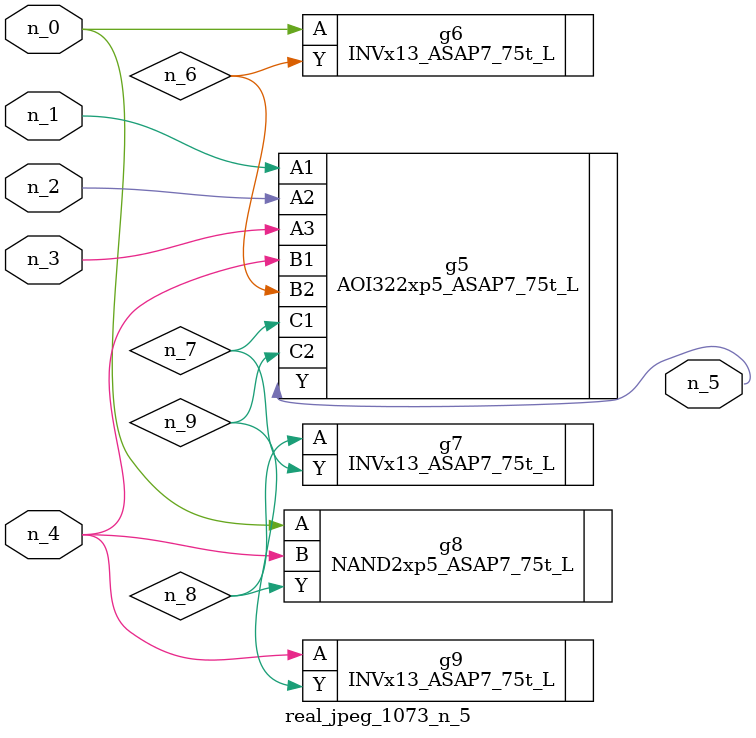
<source format=v>
module real_jpeg_1073_n_5 (n_4, n_0, n_1, n_2, n_3, n_5);

input n_4;
input n_0;
input n_1;
input n_2;
input n_3;

output n_5;

wire n_8;
wire n_6;
wire n_7;
wire n_9;

INVx13_ASAP7_75t_L g6 ( 
.A(n_0),
.Y(n_6)
);

NAND2xp5_ASAP7_75t_L g8 ( 
.A(n_0),
.B(n_4),
.Y(n_8)
);

AOI322xp5_ASAP7_75t_L g5 ( 
.A1(n_1),
.A2(n_2),
.A3(n_3),
.B1(n_4),
.B2(n_6),
.C1(n_7),
.C2(n_9),
.Y(n_5)
);

INVx13_ASAP7_75t_L g9 ( 
.A(n_4),
.Y(n_9)
);

INVx13_ASAP7_75t_L g7 ( 
.A(n_8),
.Y(n_7)
);


endmodule
</source>
